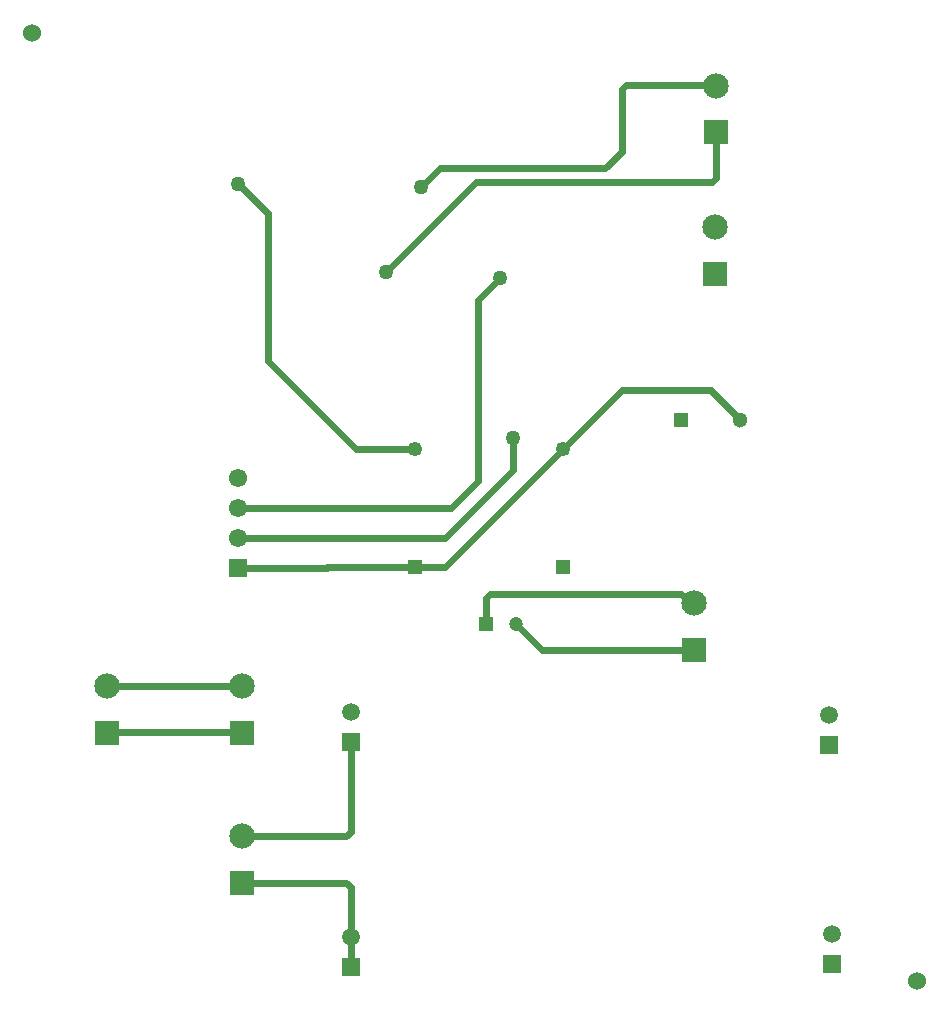
<source format=gbr>
G04*
G04 #@! TF.GenerationSoftware,Altium Limited,Altium Designer,22.4.2 (48)*
G04*
G04 Layer_Physical_Order=2*
G04 Layer_Color=16711680*
%FSLAX25Y25*%
%MOIN*%
G70*
G04*
G04 #@! TF.SameCoordinates,D1C75A00-648E-4898-854E-167750E82D76*
G04*
G04*
G04 #@! TF.FilePolarity,Positive*
G04*
G01*
G75*
%ADD24C,0.04921*%
%ADD25R,0.04921X0.04921*%
%ADD26C,0.04724*%
%ADD27R,0.04724X0.04724*%
%ADD28C,0.05118*%
%ADD29R,0.05118X0.05118*%
%ADD34C,0.02362*%
%ADD35R,0.08465X0.08465*%
%ADD36C,0.08465*%
%ADD37C,0.05906*%
%ADD38R,0.05906X0.05906*%
%ADD39R,0.06102X0.06102*%
%ADD40C,0.06102*%
%ADD41C,0.06000*%
%ADD42C,0.05000*%
D24*
X137795Y187008D02*
D03*
X187008D02*
D03*
D25*
X137795Y147638D02*
D03*
X187008D02*
D03*
D26*
X171260Y128937D02*
D03*
D27*
X161417D02*
D03*
D28*
X246063Y196850D02*
D03*
D29*
X226378D02*
D03*
D34*
X116142Y14606D02*
Y24606D01*
X34843Y92677D02*
X80039D01*
X34843Y92677D02*
X34843Y92677D01*
X33409Y108268D02*
X80039D01*
X78740Y167480D02*
X149780D01*
X162801Y138779D02*
X226274D01*
X187008Y187008D02*
X206693Y206693D01*
X161417Y137396D02*
X162801Y138779D01*
X118110Y187008D02*
X137795D01*
X80118Y57992D02*
X114758D01*
X170276Y180118D02*
Y190945D01*
X158675Y176375D02*
Y236755D01*
X166095Y244175D01*
X206693Y206693D02*
X236221D01*
X246063Y196850D01*
X78740Y275590D02*
X88583Y265748D01*
X127953Y246063D02*
Y246111D01*
X139764Y274606D02*
X145826Y280669D01*
X236608Y276083D02*
X237992Y277466D01*
X157924Y276083D02*
X236608D01*
X127953Y246111D02*
X157924Y276083D01*
X114758Y42401D02*
X116142Y41018D01*
Y24606D02*
Y41018D01*
X161417Y128937D02*
Y137396D01*
X180039Y120157D02*
X230709D01*
X171260Y128937D02*
X180039Y120157D01*
X226274Y138779D02*
X229305Y135748D01*
X230709D01*
X208077Y308366D02*
X237992D01*
X206693Y286226D02*
Y306982D01*
X208077Y308366D01*
X201135Y280669D02*
X206693Y286226D01*
X237992Y277466D02*
Y292697D01*
X145826Y280669D02*
X201135D01*
X78740Y157480D02*
X147638D01*
X108175Y147480D02*
X108332Y147638D01*
X137795D01*
X78740Y147480D02*
X108175D01*
X80039Y108268D02*
X80118Y108189D01*
X80039Y92677D02*
X80118Y92598D01*
X137795Y147638D02*
X147638D01*
X187008Y187008D01*
X147638Y157480D02*
X170276Y180118D01*
X149780Y167480D02*
X158675Y176375D01*
X84055Y42401D02*
X114758D01*
X88583Y216535D02*
Y265748D01*
Y216535D02*
X118110Y187008D01*
X116142Y59376D02*
Y89410D01*
X114758Y57992D02*
X116142Y59376D01*
D35*
X237598Y245374D02*
D03*
X237992Y292697D02*
D03*
X230709Y120157D02*
D03*
X80118Y42401D02*
D03*
X34843Y92598D02*
D03*
X80118Y92598D02*
D03*
D36*
X237598Y260965D02*
D03*
X237992Y308287D02*
D03*
X230709Y135748D02*
D03*
X80118Y57992D02*
D03*
X34843Y108189D02*
D03*
X80118Y108189D02*
D03*
D37*
X275590Y98425D02*
D03*
X276575Y25591D02*
D03*
X116142Y99410D02*
D03*
Y24606D02*
D03*
D38*
X275590Y88425D02*
D03*
X276575Y15590D02*
D03*
X116142Y89410D02*
D03*
Y14606D02*
D03*
D39*
X78740Y147480D02*
D03*
D40*
Y157480D02*
D03*
Y167480D02*
D03*
Y177480D02*
D03*
D41*
X9843Y325787D02*
D03*
X305118Y9843D02*
D03*
D42*
X170276Y190945D02*
D03*
X78740Y275590D02*
D03*
X139764Y274606D02*
D03*
X127953Y246063D02*
D03*
X166095Y244175D02*
D03*
M02*

</source>
